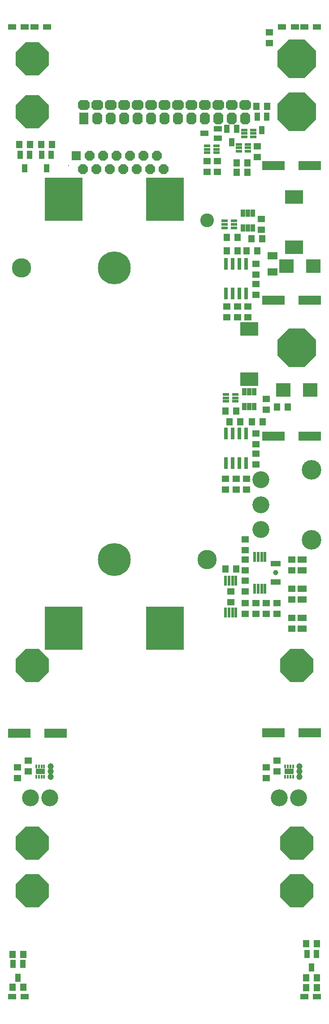
<source format=gts>
G04 Layer_Color=8388736*
%FSLAX25Y25*%
%MOIN*%
G70*
G01*
G75*
%ADD77R,0.06312X0.04186*%
%ADD78R,0.05800X0.04800*%
%ADD79R,0.04800X0.05800*%
%ADD80R,0.04343X0.06312*%
%ADD81R,0.07300X0.05800*%
%ADD82R,0.13398X0.10249*%
%ADD83R,0.04934X0.02178*%
%ADD84R,0.06312X0.04343*%
%ADD85R,0.16548X0.06706*%
%ADD86R,0.10642X0.09855*%
%ADD87R,0.03556X0.05524*%
%ADD88R,0.03162X0.08674*%
%ADD89R,0.02454X0.07808*%
%ADD90R,0.07493X0.03950*%
%ADD91R,0.06800X0.04800*%
%ADD92R,0.28359X0.32296*%
%ADD93R,0.01654X0.02520*%
%ADD94R,0.06850X0.04095*%
G04:AMPARAMS|DCode=95|XSize=70.99mil|YSize=86.74mil|CornerRadius=0mil|HoleSize=0mil|Usage=FLASHONLY|Rotation=270.000|XOffset=0mil|YOffset=0mil|HoleType=Round|Shape=Octagon|*
%AMOCTAGOND95*
4,1,8,0.04337,0.01775,0.04337,-0.01775,0.02562,-0.03550,-0.02562,-0.03550,-0.04337,-0.01775,-0.04337,0.01775,-0.02562,0.03550,0.02562,0.03550,0.04337,0.01775,0.0*
%
%ADD95OCTAGOND95*%

G04:AMPARAMS|DCode=96|XSize=86.74mil|YSize=70.99mil|CornerRadius=0mil|HoleSize=0mil|Usage=FLASHONLY|Rotation=270.000|XOffset=0mil|YOffset=0mil|HoleType=Round|Shape=Octagon|*
%AMOCTAGOND96*
4,1,8,-0.01775,-0.04337,0.01775,-0.04337,0.03550,-0.02562,0.03550,0.02562,0.01775,0.04337,-0.01775,0.04337,-0.03550,0.02562,-0.03550,-0.02562,-0.01775,-0.04337,0.0*
%
%ADD96OCTAGOND96*%

%ADD97R,0.07099X0.08674*%
%ADD98C,0.14579*%
%ADD99C,0.12611*%
%ADD100C,0.03950*%
%ADD101P,0.26434X8X292.5*%
%ADD102P,0.07684X8X292.5*%
%ADD103R,0.07099X0.07099*%
%ADD104C,0.00800*%
%ADD105P,0.30696X8X292.5*%
%ADD106C,0.24422*%
%ADD107C,0.14383*%
%ADD108C,0.10249*%
%ADD109C,0.04737*%
D77*
X211811Y43307D02*
D03*
X202362D02*
D03*
X195276D02*
D03*
X185827D02*
D03*
X-14961D02*
D03*
X-5512D02*
D03*
X1575D02*
D03*
X11024D02*
D03*
X-14961Y-677165D02*
D03*
X-5512D02*
D03*
X211811D02*
D03*
X202362D02*
D03*
D78*
X176378Y39433D02*
D03*
Y31433D02*
D03*
X129921Y-64236D02*
D03*
Y-56236D02*
D03*
X137795Y-64236D02*
D03*
Y-56236D02*
D03*
X167323Y-53213D02*
D03*
Y-45213D02*
D03*
X170276Y-99347D02*
D03*
Y-107346D02*
D03*
X166339Y-140811D02*
D03*
Y-132811D02*
D03*
Y-155638D02*
D03*
Y-147638D02*
D03*
X144685Y-164244D02*
D03*
Y-172244D02*
D03*
X152559Y-172307D02*
D03*
Y-164307D02*
D03*
X160433Y-172307D02*
D03*
Y-164307D02*
D03*
X174213Y-233205D02*
D03*
Y-241205D02*
D03*
X166339Y-273559D02*
D03*
Y-281559D02*
D03*
Y-258795D02*
D03*
Y-266795D02*
D03*
X143701Y-300260D02*
D03*
Y-292260D02*
D03*
X151575D02*
D03*
Y-300260D02*
D03*
X159449Y-292260D02*
D03*
Y-300260D02*
D03*
X158465Y-345535D02*
D03*
Y-337535D02*
D03*
Y-352236D02*
D03*
Y-360236D02*
D03*
Y-368110D02*
D03*
Y-376110D02*
D03*
X147638Y-375921D02*
D03*
Y-383921D02*
D03*
X158465Y-384780D02*
D03*
Y-392779D02*
D03*
X166339Y-384780D02*
D03*
Y-392779D02*
D03*
X174213D02*
D03*
Y-384780D02*
D03*
X182087Y-392779D02*
D03*
Y-384780D02*
D03*
X192913Y-360299D02*
D03*
Y-352299D02*
D03*
Y-381953D02*
D03*
Y-373953D02*
D03*
Y-403606D02*
D03*
Y-395606D02*
D03*
X182087Y-509807D02*
D03*
Y-501807D02*
D03*
X174213Y-506630D02*
D03*
Y-514630D02*
D03*
X-2953Y-509807D02*
D03*
Y-501807D02*
D03*
X-10827Y-506595D02*
D03*
Y-514595D02*
D03*
D79*
X-9512Y-44094D02*
D03*
X-1512D02*
D03*
X6630D02*
D03*
X14630D02*
D03*
X159906Y-64567D02*
D03*
X151906D02*
D03*
X159906Y-57874D02*
D03*
X151906D02*
D03*
X166866Y-15748D02*
D03*
X174866D02*
D03*
X162929Y-114173D02*
D03*
X170929D02*
D03*
X152622Y-113189D02*
D03*
X144622D02*
D03*
X152622Y-123031D02*
D03*
X144622D02*
D03*
X159386D02*
D03*
X167386D02*
D03*
X182024Y-239173D02*
D03*
X190024D02*
D03*
X151638Y-242126D02*
D03*
X143638D02*
D03*
X146591Y-250000D02*
D03*
X154591D02*
D03*
X171323D02*
D03*
X163323D02*
D03*
X143638Y-359252D02*
D03*
X151638D02*
D03*
X-6630Y-645669D02*
D03*
X-14630D02*
D03*
X-6693Y-670079D02*
D03*
X-14693D02*
D03*
X211874Y-637795D02*
D03*
X203874D02*
D03*
Y-662992D02*
D03*
X211874D02*
D03*
Y-670472D02*
D03*
X203874D02*
D03*
D80*
X-1969Y-51575D02*
D03*
X-9055D02*
D03*
X-5512Y-61811D02*
D03*
X14173Y-51575D02*
D03*
X7087D02*
D03*
X10630Y-61811D02*
D03*
X151969Y-32283D02*
D03*
X144882D02*
D03*
X148425Y-42520D02*
D03*
X174409Y-23228D02*
D03*
X167323D02*
D03*
X170866Y-33465D02*
D03*
X-10630Y-662992D02*
D03*
X-14173Y-652756D02*
D03*
X-7087D02*
D03*
X207874Y-655512D02*
D03*
X204331Y-645276D02*
D03*
X211417D02*
D03*
D81*
X178740Y-126677D02*
D03*
Y-138677D02*
D03*
D82*
X194882Y-83071D02*
D03*
Y-120472D02*
D03*
X161417Y-181102D02*
D03*
Y-218504D02*
D03*
D83*
X153642Y-43898D02*
D03*
Y-46457D02*
D03*
Y-49016D02*
D03*
X160531Y-43898D02*
D03*
Y-49016D02*
D03*
Y-46457D02*
D03*
X136909Y-50197D02*
D03*
Y-47638D02*
D03*
Y-45079D02*
D03*
X130020Y-50197D02*
D03*
Y-45079D02*
D03*
Y-47638D02*
D03*
X164469Y-38386D02*
D03*
Y-35827D02*
D03*
Y-33268D02*
D03*
X157579Y-38386D02*
D03*
Y-33268D02*
D03*
Y-35827D02*
D03*
X150098Y-103347D02*
D03*
Y-105905D02*
D03*
Y-100787D02*
D03*
X143209Y-105905D02*
D03*
Y-103347D02*
D03*
Y-100787D02*
D03*
X151083Y-232283D02*
D03*
Y-234842D02*
D03*
Y-229724D02*
D03*
X144193Y-234842D02*
D03*
Y-232283D02*
D03*
Y-229724D02*
D03*
D84*
X127953Y-35827D02*
D03*
X138189Y-32283D02*
D03*
Y-39370D02*
D03*
D85*
X179413Y-59842D02*
D03*
X206413D02*
D03*
Y-159843D02*
D03*
X179413D02*
D03*
X206413Y-260827D02*
D03*
X179413D02*
D03*
X206413Y-481102D02*
D03*
X179413D02*
D03*
X17437Y-481299D02*
D03*
X-9563D02*
D03*
D86*
X209213Y-134252D02*
D03*
X189213D02*
D03*
X206850Y-226378D02*
D03*
X186850D02*
D03*
D87*
X160433Y-105905D02*
D03*
X164173D02*
D03*
Y-94882D02*
D03*
X160433D02*
D03*
X156693D02*
D03*
Y-105905D02*
D03*
X161417Y-238779D02*
D03*
X165157D02*
D03*
Y-227756D02*
D03*
X161417D02*
D03*
X157677D02*
D03*
Y-238779D02*
D03*
D88*
X144075Y-154701D02*
D03*
X149075D02*
D03*
X154075D02*
D03*
X159075D02*
D03*
X144075Y-132701D02*
D03*
X149075D02*
D03*
X154075D02*
D03*
X159075D02*
D03*
Y-258685D02*
D03*
X154075D02*
D03*
X149075D02*
D03*
X144075D02*
D03*
X159075Y-280685D02*
D03*
X154075D02*
D03*
X149075D02*
D03*
X144075D02*
D03*
D89*
X173130Y-350394D02*
D03*
X170571D02*
D03*
X168012D02*
D03*
X165453D02*
D03*
X173130Y-374016D02*
D03*
X170571D02*
D03*
X168012D02*
D03*
X165453D02*
D03*
X151476Y-368110D02*
D03*
X148917D02*
D03*
X146358D02*
D03*
X143799D02*
D03*
X151476Y-391732D02*
D03*
X148917D02*
D03*
X146358D02*
D03*
X143799D02*
D03*
D90*
X181102Y-369094D02*
D03*
Y-355315D02*
D03*
D91*
X200787Y-352299D02*
D03*
Y-360299D02*
D03*
Y-373953D02*
D03*
Y-381953D02*
D03*
Y-395606D02*
D03*
Y-403606D02*
D03*
D92*
X23405Y-403543D02*
D03*
Y-84646D02*
D03*
X98642Y-403543D02*
D03*
Y-84646D02*
D03*
D93*
X187992Y-513583D02*
D03*
X189961D02*
D03*
X191929D02*
D03*
X193898D02*
D03*
Y-506102D02*
D03*
X191929D02*
D03*
X189961D02*
D03*
X187992D02*
D03*
X2953D02*
D03*
X4921D02*
D03*
X6890D02*
D03*
X8858D02*
D03*
Y-513583D02*
D03*
X6890D02*
D03*
X4921D02*
D03*
X2953D02*
D03*
D94*
X190945Y-509842D02*
D03*
X5906D02*
D03*
D95*
X128425Y-14567D02*
D03*
X118425D02*
D03*
X78425D02*
D03*
X68425D02*
D03*
X58425D02*
D03*
X48425D02*
D03*
X38425D02*
D03*
X88425D02*
D03*
X98425D02*
D03*
X108425D02*
D03*
X148425D02*
D03*
X138425D02*
D03*
X158425D02*
D03*
D96*
X128425Y-24567D02*
D03*
X118425D02*
D03*
X78425D02*
D03*
X68425D02*
D03*
X58425D02*
D03*
X48425D02*
D03*
X88425D02*
D03*
X98425D02*
D03*
X108425D02*
D03*
X148425D02*
D03*
X138425D02*
D03*
X158425D02*
D03*
D97*
X38425D02*
D03*
D98*
X207677Y-285591D02*
D03*
Y-337598D02*
D03*
D99*
X170158Y-293091D02*
D03*
Y-330098D02*
D03*
Y-311595D02*
D03*
X-1181Y-529528D02*
D03*
X12992D02*
D03*
X183858D02*
D03*
X198031D02*
D03*
D100*
X181102Y-362205D02*
D03*
D101*
X0Y19685D02*
D03*
X196850Y-598425D02*
D03*
X0Y-431102D02*
D03*
Y-598425D02*
D03*
X196850Y-431102D02*
D03*
X0Y-19685D02*
D03*
Y-562992D02*
D03*
X196850D02*
D03*
D102*
X97658Y-62480D02*
D03*
X92658Y-52480D02*
D03*
X87657Y-62480D02*
D03*
X82657Y-52480D02*
D03*
X77658Y-62480D02*
D03*
X72658Y-52480D02*
D03*
X67658Y-62480D02*
D03*
X62657Y-52480D02*
D03*
X37657Y-62480D02*
D03*
X42658Y-52480D02*
D03*
X47657Y-62480D02*
D03*
X52658Y-52480D02*
D03*
X57657Y-62480D02*
D03*
D103*
X32658Y-52480D02*
D03*
D104*
X27146Y-59567D02*
D03*
D105*
X196850Y-194882D02*
D03*
Y19685D02*
D03*
Y-19685D02*
D03*
D106*
X61024Y-352362D02*
D03*
Y-135827D02*
D03*
D107*
X129941Y-352362D02*
D03*
X-7894Y-135827D02*
D03*
D108*
X129941Y-100394D02*
D03*
D109*
X13780Y-505905D02*
D03*
Y-509842D02*
D03*
Y-513779D02*
D03*
X198819D02*
D03*
Y-509842D02*
D03*
Y-505905D02*
D03*
M02*

</source>
